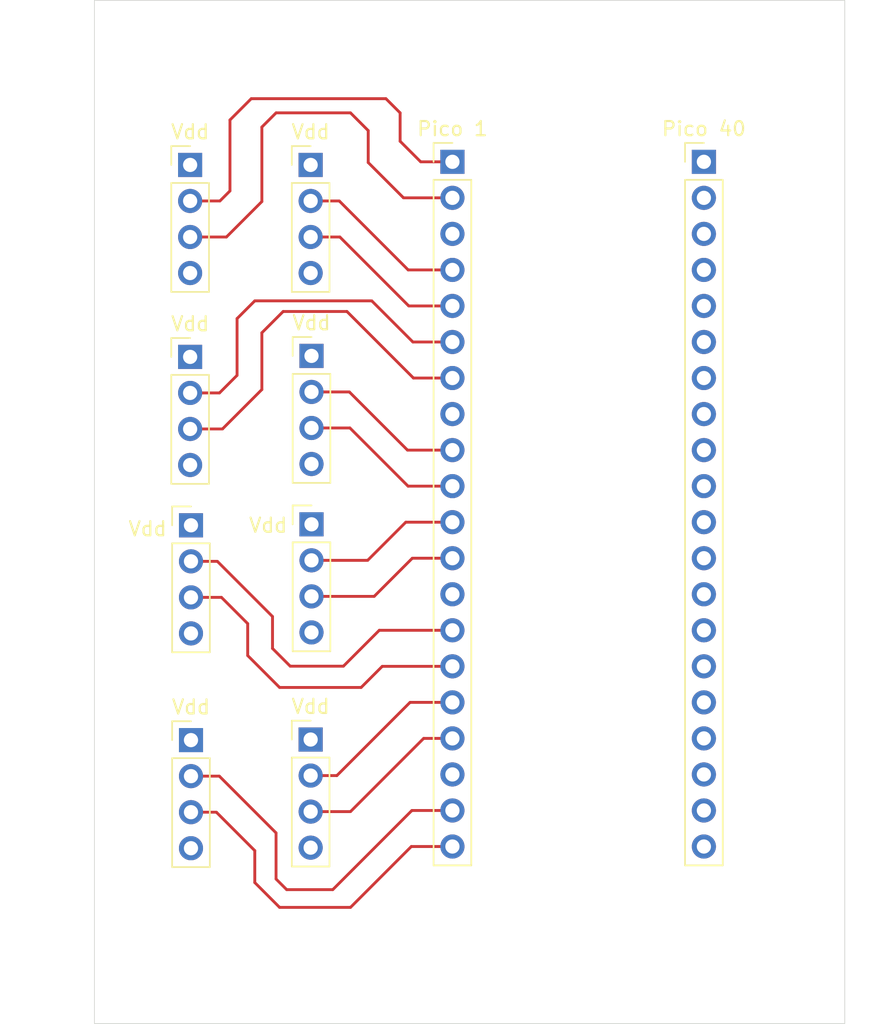
<source format=kicad_pcb>
(kicad_pcb (version 20240108) (generator "pcbnew") (generator_version "8.0")
  (layers (0 "F.Cu" signal) (1 "In1.Cu" signal) (2 "In2.Cu" signal) (31 "B.Cu" signal) (34 "B.Paste" user) (35 "F.Paste" user) (36 "B.SilkS" user "B.Silkscreen") (37 "F.SilkS" user "F.Silkscreen") (38 "B.Mask" user) (39 "F.Mask" user) (44 "Edge.Cuts" user))
  (net 0 "")
  (net 1 "5V")
  (net 2 "GND")
  (net 3 "GP0")
  (net 4 "GP1")
  (net 5 "GP3")
  (net 6 "GP2")
  (net 7 "GP4")
  (net 8 "GP5")
  (net 9 "GP6")
  (net 10 "GP7")
  (net 11 "GP8")
  (net 12 "GP9")
  (net 13 "GP10")
  (net 14 "GP11")
  (net 15 "GP12")
  (net 16 "GP13")
  (net 17 "GP14")
  (net 18 "GP15")
  (footprint "Connector_PinHeader_2.54mm:PinHeader_1x04_P2.54mm_Vertical" (layer "F.Cu") (at 18.75 23.6)
    (property "Reference" "Vdd" (at 0 -2.33 0) (layer "F.SilkS"))
    (property "Value" "PinHeader_1x04_P2.54mm_Vertical")
    (fp_line (start -1.33 -1.33) (end 0 -1.33) (stroke (width 0.12)) (layer "F.SilkS"))
    (fp_line (start -1.33 0) (end -1.33 -1.33) (stroke (width 0.12)) (layer "F.SilkS"))
    (fp_line (start -1.33 1.27) (end -1.33 8.95) (stroke (width 0.12)) (layer "F.SilkS"))
    (fp_line (start -1.33 1.27) (end 1.33 1.27) (stroke (width 0.12)) (layer "F.SilkS"))
    (fp_line (start -1.33 8.95) (end 1.33 8.95) (stroke (width 0.12)) (layer "F.SilkS"))
    (fp_line (start 1.33 1.27) (end 1.33 8.95) (stroke (width 0.12)) (layer "F.SilkS"))
    (pad "1" thru_hole rect (at 0 0) (size 1.7 1.7) (drill 1) (layers "*.Cu" "*.Mask") (net 1 "5V"))
    (pad "2" thru_hole oval (at 0 2.54) (size 1.7 1.7) (drill 1) (layers "*.Cu" "*.Mask") (net 3 "GP0"))
    (pad "3" thru_hole oval (at 0 5.08) (size 1.7 1.7) (drill 1) (layers "*.Cu" "*.Mask") (net 4 "GP1"))
    (pad "4" thru_hole oval (at 0 7.62) (size 1.7 1.7) (drill 1) (layers "*.Cu" "*.Mask") (net 2 "GND"))
  )
  (footprint "MountingHole:MountingHole_2.5mm" (layer "F.Cu") (at 16.25 16.75)
    (property "Reference" "REF**" (hide yes))
    (property "Value" "MountingHole_2.5mm")
    (pad "" np_thru_hole circle (at 0 0) (size 2.5 2.5) (drill 2.5) (layers "*.Cu" "*.Mask"))
  )
  (footprint "Connector_PinHeader_2.54mm:PinHeader_1x04_P2.54mm_Vertical" (layer "F.Cu") (at 18.81 64.14)
    (property "Reference" "Vdd" (at 0 -2.33 0) (layer "F.SilkS"))
    (property "Value" "PinHeader_1x04_P2.54mm_Vertical")
    (fp_line (start -1.33 -1.33) (end 0 -1.33) (stroke (width 0.12)) (layer "F.SilkS"))
    (fp_line (start -1.33 0) (end -1.33 -1.33) (stroke (width 0.12)) (layer "F.SilkS"))
    (fp_line (start -1.33 1.27) (end -1.33 8.95) (stroke (width 0.12)) (layer "F.SilkS"))
    (fp_line (start -1.33 1.27) (end 1.33 1.27) (stroke (width 0.12)) (layer "F.SilkS"))
    (fp_line (start -1.33 8.95) (end 1.33 8.95) (stroke (width 0.12)) (layer "F.SilkS"))
    (fp_line (start 1.33 1.27) (end 1.33 8.95) (stroke (width 0.12)) (layer "F.SilkS"))
    (pad "1" thru_hole rect (at 0 0) (size 1.7 1.7) (drill 1) (layers "*.Cu" "*.Mask") (net 1 "5V"))
    (pad "2" thru_hole oval (at 0 2.54) (size 1.7 1.7) (drill 1) (layers "*.Cu" "*.Mask") (net 17 "GP14"))
    (pad "3" thru_hole oval (at 0 5.08) (size 1.7 1.7) (drill 1) (layers "*.Cu" "*.Mask") (net 18 "GP15"))
    (pad "4" thru_hole oval (at 0 7.62) (size 1.7 1.7) (drill 1) (layers "*.Cu" "*.Mask") (net 2 "GND"))
  )
  (footprint "Connector_PinHeader_2.54mm:PinHeader_1x04_P2.54mm_Vertical" (layer "F.Cu") (at 27.25 64.1)
    (property "Reference" "Vdd" (at 0 -2.33 0) (layer "F.SilkS"))
    (property "Value" "PinHeader_1x04_P2.54mm_Vertical")
    (fp_line (start -1.33 -1.33) (end 0 -1.33) (stroke (width 0.12)) (layer "F.SilkS"))
    (fp_line (start -1.33 0) (end -1.33 -1.33) (stroke (width 0.12)) (layer "F.SilkS"))
    (fp_line (start -1.33 1.27) (end -1.33 8.95) (stroke (width 0.12)) (layer "F.SilkS"))
    (fp_line (start -1.33 1.27) (end 1.33 1.27) (stroke (width 0.12)) (layer "F.SilkS"))
    (fp_line (start -1.33 8.95) (end 1.33 8.95) (stroke (width 0.12)) (layer "F.SilkS"))
    (fp_line (start 1.33 1.27) (end 1.33 8.95) (stroke (width 0.12)) (layer "F.SilkS"))
    (pad "1" thru_hole rect (at 0 0) (size 1.7 1.7) (drill 1) (layers "*.Cu" "*.Mask") (net 1 "5V"))
    (pad "2" thru_hole oval (at 0 2.54) (size 1.7 1.7) (drill 1) (layers "*.Cu" "*.Mask") (net 15 "GP12"))
    (pad "3" thru_hole oval (at 0 5.08) (size 1.7 1.7) (drill 1) (layers "*.Cu" "*.Mask") (net 16 "GP13"))
    (pad "4" thru_hole oval (at 0 7.62) (size 1.7 1.7) (drill 1) (layers "*.Cu" "*.Mask") (net 2 "GND"))
  )
  (footprint "Connector_PinHeader_2.54mm:PinHeader_1x04_P2.54mm_Vertical" (layer "F.Cu") (at 18.75 37.13)
    (property "Reference" "Vdd" (at 0 -2.33 0) (layer "F.SilkS"))
    (property "Value" "PinHeader_1x04_P2.54mm_Vertical")
    (fp_line (start -1.33 -1.33) (end 0 -1.33) (stroke (width 0.12)) (layer "F.SilkS"))
    (fp_line (start -1.33 0) (end -1.33 -1.33) (stroke (width 0.12)) (layer "F.SilkS"))
    (fp_line (start -1.33 1.27) (end -1.33 8.95) (stroke (width 0.12)) (layer "F.SilkS"))
    (fp_line (start -1.33 1.27) (end 1.33 1.27) (stroke (width 0.12)) (layer "F.SilkS"))
    (fp_line (start -1.33 8.95) (end 1.33 8.95) (stroke (width 0.12)) (layer "F.SilkS"))
    (fp_line (start 1.33 1.27) (end 1.33 8.95) (stroke (width 0.12)) (layer "F.SilkS"))
    (pad "1" thru_hole rect (at 0 0) (size 1.7 1.7) (drill 1) (layers "*.Cu" "*.Mask") (net 1 "5V"))
    (pad "2" thru_hole oval (at 0 2.54) (size 1.7 1.7) (drill 1) (layers "*.Cu" "*.Mask") (net 7 "GP4"))
    (pad "3" thru_hole oval (at 0 5.08) (size 1.7 1.7) (drill 1) (layers "*.Cu" "*.Mask") (net 8 "GP5"))
    (pad "4" thru_hole oval (at 0 7.62) (size 1.7 1.7) (drill 1) (layers "*.Cu" "*.Mask") (net 2 "GND"))
  )
  (footprint "Connector_PinHeader_2.54mm:PinHeader_1x20_P2.54mm_Vertical" (layer "F.Cu") (at 54.985 23.38)
    (property "Reference" "Pico 40" (at 0 -2.33 0) (layer "F.SilkS"))
    (property "Value" "PinHeader_1x20_P2.54mm_Vertical")
    (fp_line (start -1.33 -1.33) (end 0 -1.33) (stroke (width 0.12)) (layer "F.SilkS"))
    (fp_line (start -1.33 0) (end -1.33 -1.33) (stroke (width 0.12)) (layer "F.SilkS"))
    (fp_line (start -1.33 1.27) (end -1.33 49.59) (stroke (width 0.12)) (layer "F.SilkS"))
    (fp_line (start -1.33 1.27) (end 1.33 1.27) (stroke (width 0.12)) (layer "F.SilkS"))
    (fp_line (start -1.33 49.59) (end 1.33 49.59) (stroke (width 0.12)) (layer "F.SilkS"))
    (fp_line (start 1.33 1.27) (end 1.33 49.59) (stroke (width 0.12)) (layer "F.SilkS"))
    (pad "1" thru_hole rect (at 0 0) (size 1.7 1.7) (drill 1) (layers "*.Cu" "*.Mask") (net 1 "5V"))
    (pad "2" thru_hole oval (at 0 2.54) (size 1.7 1.7) (drill 1) (layers "*.Cu" "*.Mask"))
    (pad "3" thru_hole oval (at 0 5.08) (size 1.7 1.7) (drill 1) (layers "*.Cu" "*.Mask") (net 2 "GND"))
    (pad "4" thru_hole oval (at 0 7.62) (size 1.7 1.7) (drill 1) (layers "*.Cu" "*.Mask"))
    (pad "5" thru_hole oval (at 0 10.16) (size 1.7 1.7) (drill 1) (layers "*.Cu" "*.Mask"))
    (pad "6" thru_hole oval (at 0 12.7) (size 1.7 1.7) (drill 1) (layers "*.Cu" "*.Mask"))
    (pad "7" thru_hole oval (at 0 15.24) (size 1.7 1.7) (drill 1) (layers "*.Cu" "*.Mask"))
    (pad "8" thru_hole oval (at 0 17.78) (size 1.7 1.7) (drill 1) (layers "*.Cu" "*.Mask"))
    (pad "9" thru_hole oval (at 0 20.32) (size 1.7 1.7) (drill 1) (layers "*.Cu" "*.Mask"))
    (pad "10" thru_hole oval (at 0 22.86) (size 1.7 1.7) (drill 1) (layers "*.Cu" "*.Mask"))
    (pad "11" thru_hole oval (at 0 25.4) (size 1.7 1.7) (drill 1) (layers "*.Cu" "*.Mask"))
    (pad "12" thru_hole oval (at 0 27.94) (size 1.7 1.7) (drill 1) (layers "*.Cu" "*.Mask"))
    (pad "13" thru_hole oval (at 0 30.48) (size 1.7 1.7) (drill 1) (layers "*.Cu" "*.Mask"))
    (pad "14" thru_hole oval (at 0 33.02) (size 1.7 1.7) (drill 1) (layers "*.Cu" "*.Mask"))
    (pad "15" thru_hole oval (at 0 35.56) (size 1.7 1.7) (drill 1) (layers "*.Cu" "*.Mask"))
    (pad "16" thru_hole oval (at 0 38.1) (size 1.7 1.7) (drill 1) (layers "*.Cu" "*.Mask"))
    (pad "17" thru_hole oval (at 0 40.64) (size 1.7 1.7) (drill 1) (layers "*.Cu" "*.Mask"))
    (pad "18" thru_hole oval (at 0 43.18) (size 1.7 1.7) (drill 1) (layers "*.Cu" "*.Mask"))
    (pad "19" thru_hole oval (at 0 45.72) (size 1.7 1.7) (drill 1) (layers "*.Cu" "*.Mask"))
    (pad "20" thru_hole oval (at 0 48.26) (size 1.7 1.7) (drill 1) (layers "*.Cu" "*.Mask"))
  )
  (footprint "MountingHole:MountingHole_2.5mm" (layer "F.Cu") (at 16.25 79)
    (property "Reference" "REF**" (hide yes))
    (property "Value" "MountingHole_2.5mm")
    (pad "" np_thru_hole circle (at 0 0) (size 2.5 2.5) (drill 2.5) (layers "*.Cu" "*.Mask"))
  )
  (footprint "MountingHole:MountingHole_2.5mm" (layer "F.Cu") (at 60.5 16.75)
    (property "Reference" "REF**" (hide yes))
    (property "Value" "MountingHole_2.5mm")
    (pad "" np_thru_hole circle (at 0 0) (size 2.5 2.5) (drill 2.5) (layers "*.Cu" "*.Mask"))
  )
  (footprint "Connector_PinHeader_2.54mm:PinHeader_1x04_P2.54mm_Vertical" (layer "F.Cu") (at 27.31 37.06)
    (property "Reference" "Vdd" (at 0 -2.33 0) (layer "F.SilkS"))
    (property "Value" "PinHeader_1x04_P2.54mm_Vertical")
    (fp_line (start -1.33 -1.33) (end 0 -1.33) (stroke (width 0.12)) (layer "F.SilkS"))
    (fp_line (start -1.33 0) (end -1.33 -1.33) (stroke (width 0.12)) (layer "F.SilkS"))
    (fp_line (start -1.33 1.27) (end -1.33 8.95) (stroke (width 0.12)) (layer "F.SilkS"))
    (fp_line (start -1.33 1.27) (end 1.33 1.27) (stroke (width 0.12)) (layer "F.SilkS"))
    (fp_line (start -1.33 8.95) (end 1.33 8.95) (stroke (width 0.12)) (layer "F.SilkS"))
    (fp_line (start 1.33 1.27) (end 1.33 8.95) (stroke (width 0.12)) (layer "F.SilkS"))
    (pad "1" thru_hole rect (at 0 0) (size 1.7 1.7) (drill 1) (layers "*.Cu" "*.Mask") (net 1 "5V"))
    (pad "2" thru_hole oval (at 0 2.54) (size 1.7 1.7) (drill 1) (layers "*.Cu" "*.Mask") (net 9 "GP6"))
    (pad "3" thru_hole oval (at 0 5.08) (size 1.7 1.7) (drill 1) (layers "*.Cu" "*.Mask") (net 10 "GP7"))
    (pad "4" thru_hole oval (at 0 7.62) (size 1.7 1.7) (drill 1) (layers "*.Cu" "*.Mask") (net 2 "GND"))
  )
  (footprint "Connector_PinHeader_2.54mm:PinHeader_1x20_P2.54mm_Vertical" (layer "F.Cu") (at 37.25 23.38)
    (property "Reference" "Pico 1" (at 0 -2.33 0) (layer "F.SilkS"))
    (property "Value" "PinHeader_1x20_P2.54mm_Vertical")
    (fp_line (start -1.33 -1.33) (end 0 -1.33) (stroke (width 0.12)) (layer "F.SilkS"))
    (fp_line (start -1.33 0) (end -1.33 -1.33) (stroke (width 0.12)) (layer "F.SilkS"))
    (fp_line (start -1.33 1.27) (end -1.33 49.59) (stroke (width 0.12)) (layer "F.SilkS"))
    (fp_line (start -1.33 1.27) (end 1.33 1.27) (stroke (width 0.12)) (layer "F.SilkS"))
    (fp_line (start -1.33 49.59) (end 1.33 49.59) (stroke (width 0.12)) (layer "F.SilkS"))
    (fp_line (start 1.33 1.27) (end 1.33 49.59) (stroke (width 0.12)) (layer "F.SilkS"))
    (pad "1" thru_hole rect (at 0 0) (size 1.7 1.7) (drill 1) (layers "*.Cu" "*.Mask") (net 3 "GP0"))
    (pad "2" thru_hole oval (at 0 2.54) (size 1.7 1.7) (drill 1) (layers "*.Cu" "*.Mask") (net 4 "GP1"))
    (pad "3" thru_hole oval (at 0 5.08) (size 1.7 1.7) (drill 1) (layers "*.Cu" "*.Mask"))
    (pad "4" thru_hole oval (at 0 7.62) (size 1.7 1.7) (drill 1) (layers "*.Cu" "*.Mask") (net 6 "GP2"))
    (pad "5" thru_hole oval (at 0 10.16) (size 1.7 1.7) (drill 1) (layers "*.Cu" "*.Mask") (net 5 "GP3"))
    (pad "6" thru_hole oval (at 0 12.7) (size 1.7 1.7) (drill 1) (layers "*.Cu" "*.Mask") (net 7 "GP4"))
    (pad "7" thru_hole oval (at 0 15.24) (size 1.7 1.7) (drill 1) (layers "*.Cu" "*.Mask") (net 8 "GP5"))
    (pad "8" thru_hole oval (at 0 17.78) (size 1.7 1.7) (drill 1) (layers "*.Cu" "*.Mask"))
    (pad "9" thru_hole oval (at 0 20.32) (size 1.7 1.7) (drill 1) (layers "*.Cu" "*.Mask") (net 9 "GP6"))
    (pad "10" thru_hole oval (at 0 22.86) (size 1.7 1.7) (drill 1) (layers "*.Cu" "*.Mask") (net 10 "GP7"))
    (pad "11" thru_hole oval (at 0 25.4) (size 1.7 1.7) (drill 1) (layers "*.Cu" "*.Mask") (net 11 "GP8"))
    (pad "12" thru_hole oval (at 0 27.94) (size 1.7 1.7) (drill 1) (layers "*.Cu" "*.Mask") (net 12 "GP9"))
    (pad "13" thru_hole oval (at 0 30.48) (size 1.7 1.7) (drill 1) (layers "*.Cu" "*.Mask"))
    (pad "14" thru_hole oval (at 0 33.02) (size 1.7 1.7) (drill 1) (layers "*.Cu" "*.Mask") (net 13 "GP10"))
    (pad "15" thru_hole oval (at 0 35.56) (size 1.7 1.7) (drill 1) (layers "*.Cu" "*.Mask") (net 14 "GP11"))
    (pad "16" thru_hole oval (at 0 38.1) (size 1.7 1.7) (drill 1) (layers "*.Cu" "*.Mask") (net 15 "GP12"))
    (pad "17" thru_hole oval (at 0 40.64) (size 1.7 1.7) (drill 1) (layers "*.Cu" "*.Mask") (net 16 "GP13"))
    (pad "18" thru_hole oval (at 0 43.18) (size 1.7 1.7) (drill 1) (layers "*.Cu" "*.Mask"))
    (pad "19" thru_hole oval (at 0 45.72) (size 1.7 1.7) (drill 1) (layers "*.Cu" "*.Mask") (net 17 "GP14"))
    (pad "20" thru_hole oval (at 0 48.26) (size 1.7 1.7) (drill 1) (layers "*.Cu" "*.Mask") (net 18 "GP15"))
  )
  (footprint "Connector_PinHeader_2.54mm:PinHeader_1x04_P2.54mm_Vertical" (layer "F.Cu") (at 27.25 23.6)
    (property "Reference" "Vdd" (at 0 -2.33 0) (layer "F.SilkS"))
    (property "Value" "PinHeader_1x04_P2.54mm_Vertical")
    (fp_line (start -1.33 -1.33) (end 0 -1.33) (stroke (width 0.12)) (layer "F.SilkS"))
    (fp_line (start -1.33 0) (end -1.33 -1.33) (stroke (width 0.12)) (layer "F.SilkS"))
    (fp_line (start -1.33 1.27) (end -1.33 8.95) (stroke (width 0.12)) (layer "F.SilkS"))
    (fp_line (start -1.33 1.27) (end 1.33 1.27) (stroke (width 0.12)) (layer "F.SilkS"))
    (fp_line (start -1.33 8.95) (end 1.33 8.95) (stroke (width 0.12)) (layer "F.SilkS"))
    (fp_line (start 1.33 1.27) (end 1.33 8.95) (stroke (width 0.12)) (layer "F.SilkS"))
    (pad "1" thru_hole rect (at 0 0) (size 1.7 1.7) (drill 1) (layers "*.Cu" "*.Mask") (net 1 "5V"))
    (pad "2" thru_hole oval (at 0 2.54) (size 1.7 1.7) (drill 1) (layers "*.Cu" "*.Mask") (net 6 "GP2"))
    (pad "3" thru_hole oval (at 0 5.08) (size 1.7 1.7) (drill 1) (layers "*.Cu" "*.Mask") (net 5 "GP3"))
    (pad "4" thru_hole oval (at 0 7.62) (size 1.7 1.7) (drill 1) (layers "*.Cu" "*.Mask") (net 2 "GND"))
  )
  (footprint "Connector_PinHeader_2.54mm:PinHeader_1x04_P2.54mm_Vertical" (layer "F.Cu") (at 18.81 49)
    (property "Reference" "Vdd" (at -3.06 0.25 0) (layer "F.SilkS"))
    (property "Value" "PinHeader_1x04_P2.54mm_Vertical")
    (fp_line (start -1.33 -1.33) (end 0 -1.33) (stroke (width 0.12)) (layer "F.SilkS"))
    (fp_line (start -1.33 0) (end -1.33 -1.33) (stroke (width 0.12)) (layer "F.SilkS"))
    (fp_line (start -1.33 1.27) (end -1.33 8.95) (stroke (width 0.12)) (layer "F.SilkS"))
    (fp_line (start -1.33 1.27) (end 1.33 1.27) (stroke (width 0.12)) (layer "F.SilkS"))
    (fp_line (start -1.33 8.95) (end 1.33 8.95) (stroke (width 0.12)) (layer "F.SilkS"))
    (fp_line (start 1.33 1.27) (end 1.33 8.95) (stroke (width 0.12)) (layer "F.SilkS"))
    (pad "1" thru_hole rect (at 0 0) (size 1.7 1.7) (drill 1) (layers "*.Cu" "*.Mask") (net 1 "5V"))
    (pad "2" thru_hole oval (at 0 2.54) (size 1.7 1.7) (drill 1) (layers "*.Cu" "*.Mask") (net 13 "GP10"))
    (pad "3" thru_hole oval (at 0 5.08) (size 1.7 1.7) (drill 1) (layers "*.Cu" "*.Mask") (net 14 "GP11"))
    (pad "4" thru_hole oval (at 0 7.62) (size 1.7 1.7) (drill 1) (layers "*.Cu" "*.Mask") (net 2 "GND"))
  )
  (footprint "Connector_PinHeader_2.54mm:PinHeader_1x04_P2.54mm_Vertical" (layer "F.Cu") (at 27.31 48.93)
    (property "Reference" "Vdd" (at -3.06 0.07 0) (layer "F.SilkS"))
    (property "Value" "PinHeader_1x04_P2.54mm_Vertical")
    (fp_line (start -1.33 -1.33) (end 0 -1.33) (stroke (width 0.12)) (layer "F.SilkS"))
    (fp_line (start -1.33 0) (end -1.33 -1.33) (stroke (width 0.12)) (layer "F.SilkS"))
    (fp_line (start -1.33 1.27) (end -1.33 8.95) (stroke (width 0.12)) (layer "F.SilkS"))
    (fp_line (start -1.33 1.27) (end 1.33 1.27) (stroke (width 0.12)) (layer "F.SilkS"))
    (fp_line (start -1.33 8.95) (end 1.33 8.95) (stroke (width 0.12)) (layer "F.SilkS"))
    (fp_line (start 1.33 1.27) (end 1.33 8.95) (stroke (width 0.12)) (layer "F.SilkS"))
    (pad "1" thru_hole rect (at 0 0) (size 1.7 1.7) (drill 1) (layers "*.Cu" "*.Mask") (net 1 "5V"))
    (pad "2" thru_hole oval (at 0 2.54) (size 1.7 1.7) (drill 1) (layers "*.Cu" "*.Mask") (net 11 "GP8"))
    (pad "3" thru_hole oval (at 0 5.08) (size 1.7 1.7) (drill 1) (layers "*.Cu" "*.Mask") (net 12 "GP9"))
    (pad "4" thru_hole oval (at 0 7.62) (size 1.7 1.7) (drill 1) (layers "*.Cu" "*.Mask") (net 2 "GND"))
  )
  (footprint "MountingHole:MountingHole_2.5mm" (layer "F.Cu") (at 60.5 79)
    (property "Reference" "REF**" (hide yes))
    (property "Value" "MountingHole_2.5mm")
    (pad "" np_thru_hole circle (at 0 0) (size 2.5 2.5) (drill 2.5) (layers "*.Cu" "*.Mask"))
  )
  (gr_rect (start 12 12) (end 64.92 84.12) (stroke (width 0.05)) (fill none) (layer "Edge.Cuts"))
  (segment (start 33.56 21.93) (end 35.01 23.38) (width 0.2) (layer "F.Cu") (net 3))
  (segment (start 23.06 18.93) (end 32.56 18.93) (width 0.2) (layer "F.Cu") (net 3))
  (segment (start 35.01 23.38) (end 37.25 23.38) (width 0.2) (layer "F.Cu") (net 3))
  (segment (start 18.75 26.14) (end 20.85 26.14) (width 0.2) (layer "F.Cu") (net 3))
  (segment (start 32.56 18.93) (end 33.56 19.93) (width 0.2) (layer "F.Cu") (net 3))
  (segment (start 33.56 19.93) (end 33.56 21.93) (width 0.2) (layer "F.Cu") (net 3))
  (segment (start 21.56 25.43) (end 21.56 20.43) (width 0.2) (layer "F.Cu") (net 3))
  (segment (start 21.56 20.43) (end 23.06 18.93) (width 0.2) (layer "F.Cu") (net 3))
  (segment (start 20.85 26.14) (end 21.56 25.43) (width 0.2) (layer "F.Cu") (net 3))
  (segment (start 33.8 25.92) (end 37.25 25.92) (width 0.2) (layer "F.Cu") (net 4))
  (segment (start 23.81 20.93) (end 24.81 19.93) (width 0.2) (layer "F.Cu") (net 4))
  (segment (start 18.75 28.68) (end 21.31 28.68) (width 0.2) (layer "F.Cu") (net 4))
  (segment (start 31.31 23.43) (end 33.8 25.92) (width 0.2) (layer "F.Cu") (net 4))
  (segment (start 21.31 28.68) (end 23.81 26.18) (width 0.2) (layer "F.Cu") (net 4))
  (segment (start 31.31 21.18) (end 31.31 23.43) (width 0.2) (layer "F.Cu") (net 4))
  (segment (start 30.06 19.93) (end 31.31 21.18) (width 0.2) (layer "F.Cu") (net 4))
  (segment (start 23.81 26.18) (end 23.81 20.93) (width 0.2) (layer "F.Cu") (net 4))
  (segment (start 24.81 19.93) (end 30.06 19.93) (width 0.2) (layer "F.Cu") (net 4))
  (segment (start 34.17 33.54) (end 37.25 33.54) (width 0.2) (layer "F.Cu") (net 5))
  (segment (start 27.25 28.68) (end 29.31 28.68) (width 0.2) (layer "F.Cu") (net 5))
  (segment (start 29.31 28.68) (end 34.17 33.54) (width 0.2) (layer "F.Cu") (net 5))
  (segment (start 34.13 31) (end 37.25 31) (width 0.2) (layer "F.Cu") (net 6))
  (segment (start 27.25 26.14) (end 29.27 26.14) (width 0.2) (layer "F.Cu") (net 6))
  (segment (start 29.27 26.14) (end 34.13 31) (width 0.2) (layer "F.Cu") (net 6))
  (segment (start 22.06 38.43) (end 22.06 34.43) (width 0.2) (layer "F.Cu") (net 7))
  (segment (start 34.46 36.08) (end 37.25 36.08) (width 0.2) (layer "F.Cu") (net 7))
  (segment (start 18.75 39.67) (end 20.82 39.67) (width 0.2) (layer "F.Cu") (net 7))
  (segment (start 20.82 39.67) (end 22.06 38.43) (width 0.2) (layer "F.Cu") (net 7))
  (segment (start 23.31 33.18) (end 31.56 33.18) (width 0.2) (layer "F.Cu") (net 7))
  (segment (start 31.56 33.18) (end 34.46 36.08) (width 0.2) (layer "F.Cu") (net 7))
  (segment (start 22.06 34.43) (end 23.31 33.18) (width 0.2) (layer "F.Cu") (net 7))
  (segment (start 18.75 42.21) (end 21.03 42.21) (width 0.2) (layer "F.Cu") (net 8))
  (segment (start 23.81 35.43) (end 25.31 33.93) (width 0.2) (layer "F.Cu") (net 8))
  (segment (start 21.03 42.21) (end 23.81 39.43) (width 0.2) (layer "F.Cu") (net 8))
  (segment (start 25.31 33.93) (end 29.81 33.93) (width 0.2) (layer "F.Cu") (net 8))
  (segment (start 34.5 38.62) (end 37.25 38.62) (width 0.2) (layer "F.Cu") (net 8))
  (segment (start 23.81 39.43) (end 23.81 35.43) (width 0.2) (layer "F.Cu") (net 8))
  (segment (start 29.81 33.93) (end 34.5 38.62) (width 0.2) (layer "F.Cu") (net 8))
  (segment (start 29.98 39.6) (end 34.08 43.7) (width 0.2) (layer "F.Cu") (net 9))
  (segment (start 27.31 39.6) (end 29.98 39.6) (width 0.2) (layer "F.Cu") (net 9))
  (segment (start 34.08 43.7) (end 37.25 43.7) (width 0.2) (layer "F.Cu") (net 9))
  (segment (start 27.31 42.14) (end 30.02 42.14) (width 0.2) (layer "F.Cu") (net 10))
  (segment (start 30.02 42.14) (end 34.12 46.24) (width 0.2) (layer "F.Cu") (net 10))
  (segment (start 34.12 46.24) (end 37.25 46.24) (width 0.2) (layer "F.Cu") (net 10))
  (segment (start 31.27 51.47) (end 33.96 48.78) (width 0.2) (layer "F.Cu") (net 11))
  (segment (start 33.96 48.78) (end 37.25 48.78) (width 0.2) (layer "F.Cu") (net 11))
  (segment (start 27.31 51.47) (end 31.27 51.47) (width 0.2) (layer "F.Cu") (net 11))
  (segment (start 34.42 51.32) (end 37.25 51.32) (width 0.2) (layer "F.Cu") (net 12))
  (segment (start 27.31 54.01) (end 31.73 54.01) (width 0.2) (layer "F.Cu") (net 12))
  (segment (start 31.73 54.01) (end 34.42 51.32) (width 0.2) (layer "F.Cu") (net 12))
  (segment (start 18.81 51.54) (end 20.67 51.54) (width 0.2) (layer "F.Cu") (net 13))
  (segment (start 29.56 58.93) (end 32.09 56.4) (width 0.2) (layer "F.Cu") (net 13))
  (segment (start 20.67 51.54) (end 24.56 55.43) (width 0.2) (layer "F.Cu") (net 13))
  (segment (start 24.56 55.43) (end 24.56 57.68) (width 0.2) (layer "F.Cu") (net 13))
  (segment (start 24.56 57.68) (end 25.81 58.93) (width 0.2) (layer "F.Cu") (net 13))
  (segment (start 32.09 56.4) (end 37.25 56.4) (width 0.2) (layer "F.Cu") (net 13))
  (segment (start 25.81 58.93) (end 29.56 58.93) (width 0.2) (layer "F.Cu") (net 13))
  (segment (start 30.81 60.43) (end 32.3 58.94) (width 0.2) (layer "F.Cu") (net 14))
  (segment (start 32.3 58.94) (end 37.25 58.94) (width 0.2) (layer "F.Cu") (net 14))
  (segment (start 25.06 60.43) (end 30.81 60.43) (width 0.2) (layer "F.Cu") (net 14))
  (segment (start 20.96 54.08) (end 22.81 55.93) (width 0.2) (layer "F.Cu") (net 14))
  (segment (start 22.81 55.93) (end 22.81 58.18) (width 0.2) (layer "F.Cu") (net 14))
  (segment (start 18.81 54.08) (end 20.96 54.08) (width 0.2) (layer "F.Cu") (net 14))
  (segment (start 22.81 58.18) (end 25.06 60.43) (width 0.2) (layer "F.Cu") (net 14))
  (segment (start 27.25 66.64) (end 29.1 66.64) (width 0.2) (layer "F.Cu") (net 15))
  (segment (start 29.1 66.64) (end 34.26 61.48) (width 0.2) (layer "F.Cu") (net 15))
  (segment (start 34.26 61.48) (end 37.25 61.48) (width 0.2) (layer "F.Cu") (net 15))
  (segment (start 35.22 64.02) (end 37.25 64.02) (width 0.2) (layer "F.Cu") (net 16))
  (segment (start 27.25 69.18) (end 30.06 69.18) (width 0.2) (layer "F.Cu") (net 16))
  (segment (start 30.06 69.18) (end 35.22 64.02) (width 0.2) (layer "F.Cu") (net 16))
  (segment (start 28.81 74.68) (end 34.39 69.1) (width 0.2) (layer "F.Cu") (net 17))
  (segment (start 24.81 73.93) (end 25.56 74.68) (width 0.2) (layer "F.Cu") (net 17))
  (segment (start 20.81 66.68) (end 24.81 70.68) (width 0.2) (layer "F.Cu") (net 17))
  (segment (start 18.81 66.68) (end 20.81 66.68) (width 0.2) (layer "F.Cu") (net 17))
  (segment (start 24.81 70.68) (end 24.81 73.93) (width 0.2) (layer "F.Cu") (net 17))
  (segment (start 25.56 74.68) (end 28.81 74.68) (width 0.2) (layer "F.Cu") (net 17))
  (segment (start 34.39 69.1) (end 37.25 69.1) (width 0.2) (layer "F.Cu") (net 17))
  (segment (start 25.06 75.93) (end 30.06 75.93) (width 0.2) (layer "F.Cu") (net 18))
  (segment (start 23.31 74.18) (end 25.06 75.93) (width 0.2) (layer "F.Cu") (net 18))
  (segment (start 20.6 69.22) (end 23.31 71.93) (width 0.2) (layer "F.Cu") (net 18))
  (segment (start 18.81 69.22) (end 20.6 69.22) (width 0.2) (layer "F.Cu") (net 18))
  (segment (start 30.06 75.93) (end 34.35 71.64) (width 0.2) (layer "F.Cu") (net 18))
  (segment (start 23.31 71.93) (end 23.31 74.18) (width 0.2) (layer "F.Cu") (net 18))
  (segment (start 34.35 71.64) (end 37.25 71.64) (width 0.2) (layer "F.Cu") (net 18))
)
</source>
